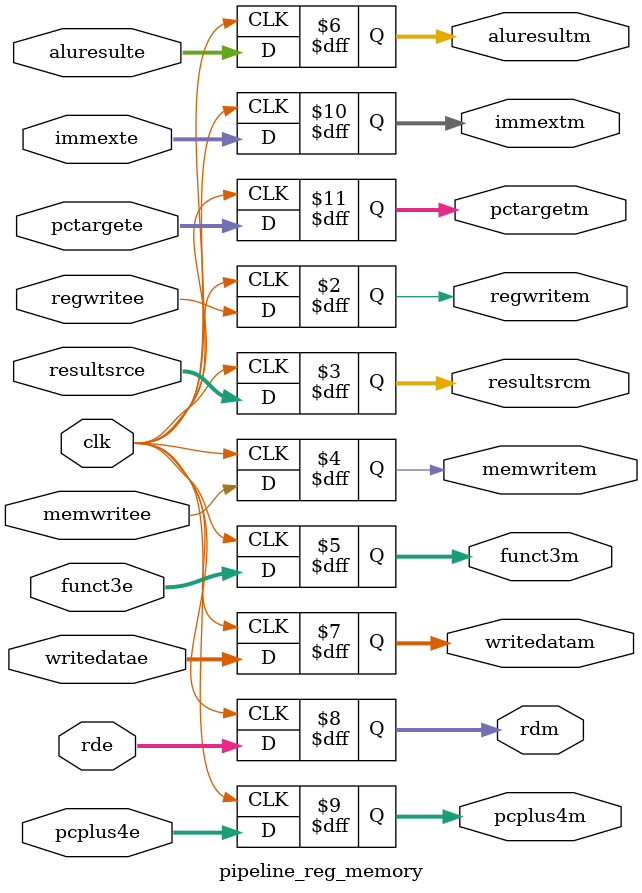
<source format=sv>
module pipeline_reg_memory # (
    parameter DATA_WIDTH = 32,
              ADDRESS_WIDTH = 32,
              REG_FILE_ADDR_WIDTH = 5
)(
    input logic clk,

    // control path input
    input logic       regwritee,
    input logic [2:0] resultsrce,
    input logic       memwritee,
    input logic [2:0] funct3e,

    // data path input
    input logic [DATA_WIDTH-1:0]          aluresulte,
    input logic [DATA_WIDTH-1:0]          writedatae,
    input logic [REG_FILE_ADDR_WIDTH-1:0] rde,
    input logic [ADDRESS_WIDTH-1:0]       pcplus4e,
    input logic [DATA_WIDTH-1:0]          immexte,
    input logic [ADDRESS_WIDTH-1:0]       pctargete,

    // control path output
    output logic       regwritem,
    output logic [2:0] resultsrcm,
    output logic       memwritem,
    output logic [2:0] funct3m,

    // data path output
    output logic [DATA_WIDTH-1:0]          aluresultm,
    output logic [DATA_WIDTH-1:0]          writedatam,
    output logic [REG_FILE_ADDR_WIDTH-1:0] rdm,
    output logic [ADDRESS_WIDTH-1:0]       pcplus4m, 
    output logic [DATA_WIDTH-1:0]          immextm,
    output logic [ADDRESS_WIDTH-1:0]       pctargetm
);

always_ff @(posedge clk) begin
    regwritem  <= regwritee;
    resultsrcm <= resultsrce;
    memwritem  <= memwritee;
    funct3m    <= funct3e;
    
    aluresultm <= aluresulte;
    writedatam <= writedatae;
    rdm        <= rde;
    pcplus4m   <= pcplus4e;
    immextm    <= immexte;
    pctargetm  <= pctargete;
end

endmodule

</source>
